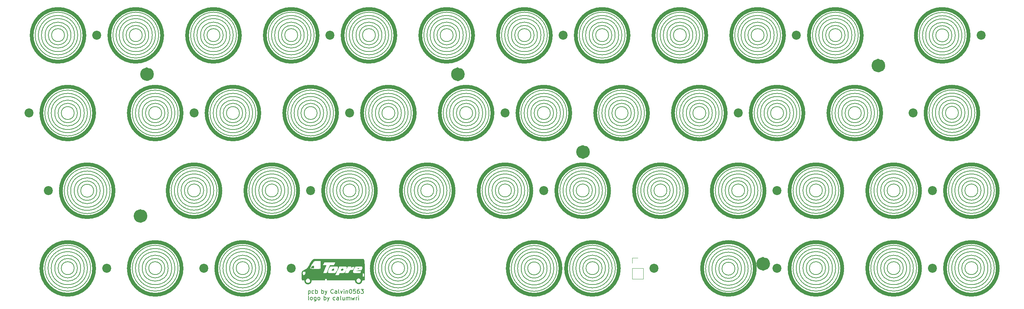
<source format=gbr>
%TF.GenerationSoftware,KiCad,Pcbnew,(7.0.0)*%
%TF.CreationDate,2024-05-04T00:17:19+02:00*%
%TF.ProjectId,minivan,6d696e69-7661-46e2-9e6b-696361645f70,rev?*%
%TF.SameCoordinates,Original*%
%TF.FileFunction,Legend,Top*%
%TF.FilePolarity,Positive*%
%FSLAX46Y46*%
G04 Gerber Fmt 4.6, Leading zero omitted, Abs format (unit mm)*
G04 Created by KiCad (PCBNEW (7.0.0)) date 2024-05-04 00:17:19*
%MOMM*%
%LPD*%
G01*
G04 APERTURE LIST*
%ADD10C,1.662500*%
%ADD11C,0.150000*%
%ADD12C,0.200000*%
%ADD13C,0.900000*%
%ADD14C,0.120000*%
%ADD15C,2.200000*%
G04 APERTURE END LIST*
D10*
X162040092Y-59537716D02*
G75*
G03*
X162040092Y-59537716I-831250J0D01*
G01*
D11*
X223893910Y-88049840D02*
G75*
G03*
X223893910Y-88049840I-5612660J0D01*
G01*
X115093750Y-50006250D02*
G75*
G03*
X115093750Y-50006250I-1587500J0D01*
G01*
X241378597Y-88049840D02*
G75*
G03*
X241378597Y-88049840I-4047347J0D01*
G01*
X53181250Y-30899840D02*
G75*
G03*
X53181250Y-30899840I-1587500J0D01*
G01*
X42862500Y-69056250D02*
G75*
G03*
X42862500Y-69056250I-3175000J0D01*
G01*
X57206410Y-30899840D02*
G75*
G03*
X57206410Y-30899840I-5612660J0D01*
G01*
X92075000Y-30899840D02*
G75*
G03*
X92075000Y-30899840I-2381250J0D01*
G01*
X200897347Y-88171942D02*
G75*
G03*
X200897347Y-88171942I-4047347J0D01*
G01*
X257968750Y-68999840D02*
G75*
G03*
X257968750Y-68999840I-1587500J0D01*
G01*
X57943750Y-88049840D02*
G75*
G03*
X57943750Y-88049840I-1587500J0D01*
G01*
X157218910Y-50006250D02*
G75*
G03*
X157218910Y-50006250I-5612660J0D01*
G01*
X254000000Y-49949840D02*
G75*
G03*
X254000000Y-49949840I-2381250J0D01*
G01*
X38972347Y-88049840D02*
G75*
G03*
X38972347Y-88049840I-4047347J0D01*
G01*
X82615693Y-88049840D02*
G75*
G03*
X82615693Y-88049840I-4828193J0D01*
G01*
X59531250Y-50006250D02*
G75*
G03*
X59531250Y-50006250I-3175000J0D01*
G01*
X154781250Y-50006250D02*
G75*
G03*
X154781250Y-50006250I-3175000J0D01*
G01*
X118334443Y-50006250D02*
G75*
G03*
X118334443Y-50006250I-4828193J0D01*
G01*
X208041097Y-30899840D02*
G75*
G03*
X208041097Y-30899840I-4047347J0D01*
G01*
X79375000Y-88049840D02*
G75*
G03*
X79375000Y-88049840I-1587500J0D01*
G01*
X80962500Y-88049840D02*
G75*
G03*
X80962500Y-88049840I-3175000J0D01*
G01*
X201612500Y-68999840D02*
G75*
G03*
X201612500Y-68999840I-2381250J0D01*
G01*
X242159443Y-88049840D02*
G75*
G03*
X242159443Y-88049840I-4828193J0D01*
G01*
X252412500Y-30956250D02*
G75*
G03*
X252412500Y-30956250I-3175000J0D01*
G01*
X254793750Y-49949840D02*
G75*
G03*
X254793750Y-49949840I-3175000J0D01*
G01*
X100068910Y-50006250D02*
G75*
G03*
X100068910Y-50006250I-5612660J0D01*
G01*
X261993910Y-88049840D02*
G75*
G03*
X261993910Y-88049840I-5612660J0D01*
G01*
X258762500Y-68999840D02*
G75*
G03*
X258762500Y-68999840I-2381250J0D01*
G01*
X91281250Y-30899840D02*
G75*
G03*
X91281250Y-30899840I-1587500J0D01*
G01*
X73818750Y-30899840D02*
G75*
G03*
X73818750Y-30899840I-3175000J0D01*
G01*
X81834847Y-88049840D02*
G75*
G03*
X81834847Y-88049840I-4047347J0D01*
G01*
X221456250Y-68999840D02*
G75*
G03*
X221456250Y-68999840I-3175000J0D01*
G01*
X128643910Y-68999840D02*
G75*
G03*
X128643910Y-68999840I-5612660J0D01*
G01*
X241378597Y-68999840D02*
G75*
G03*
X241378597Y-68999840I-4047347J0D01*
G01*
X78581250Y-50006250D02*
G75*
G03*
X78581250Y-50006250I-3175000J0D01*
G01*
X106362500Y-68999840D02*
G75*
G03*
X106362500Y-68999840I-2381250J0D01*
G01*
X206375000Y-30899840D02*
G75*
G03*
X206375000Y-30899840I-2381250J0D01*
G01*
X185009443Y-68999840D02*
G75*
G03*
X185009443Y-68999840I-4828193J0D01*
G01*
X109593910Y-68999840D02*
G75*
G03*
X109593910Y-68999840I-5612660J0D01*
G01*
X61184443Y-88049840D02*
G75*
G03*
X61184443Y-88049840I-4828193J0D01*
G01*
X146909443Y-68999840D02*
G75*
G03*
X146909443Y-68999840I-4828193J0D01*
G01*
X165959443Y-68999840D02*
G75*
G03*
X165959443Y-68999840I-4828193J0D01*
G01*
X87312500Y-68999840D02*
G75*
G03*
X87312500Y-68999840I-2381250J0D01*
G01*
X76993750Y-50006250D02*
G75*
G03*
X76993750Y-50006250I-1587500J0D01*
G01*
X223893910Y-68999840D02*
G75*
G03*
X223893910Y-68999840I-5612660J0D01*
G01*
X40537660Y-50006250D02*
G75*
G03*
X40537660Y-50006250I-5612660J0D01*
G01*
X108809443Y-68999840D02*
G75*
G03*
X108809443Y-68999840I-4828193J0D01*
G01*
X111125000Y-30899840D02*
G75*
G03*
X111125000Y-30899840I-2381250J0D01*
G01*
X175484443Y-50006250D02*
G75*
G03*
X175484443Y-50006250I-4828193J0D01*
G01*
X152400000Y-88106250D02*
G75*
G03*
X152400000Y-88106250I-3175000J0D01*
G01*
X57943750Y-50006250D02*
G75*
G03*
X57943750Y-50006250I-1587500J0D01*
G01*
X151671943Y-30899840D02*
G75*
G03*
X151671943Y-30899840I-4828193J0D01*
G01*
X192881250Y-50006250D02*
G75*
G03*
X192881250Y-50006250I-3175000J0D01*
G01*
X38972347Y-50006250D02*
G75*
G03*
X38972347Y-50006250I-4047347J0D01*
G01*
X242159443Y-68999840D02*
G75*
G03*
X242159443Y-68999840I-4828193J0D01*
G01*
X124618750Y-68999840D02*
G75*
G03*
X124618750Y-68999840I-1587500J0D01*
G01*
X110331250Y-30899840D02*
G75*
G03*
X110331250Y-30899840I-1587500J0D01*
G01*
X37306250Y-50006250D02*
G75*
G03*
X37306250Y-50006250I-2381250J0D01*
G01*
X259556250Y-68999840D02*
G75*
G03*
X259556250Y-68999840I-3175000J0D01*
G01*
X61968910Y-50006250D02*
G75*
G03*
X61968910Y-50006250I-5612660J0D01*
G01*
X38100000Y-88049840D02*
G75*
G03*
X38100000Y-88049840I-3175000J0D01*
G01*
X163512500Y-68999840D02*
G75*
G03*
X163512500Y-68999840I-2381250J0D01*
G01*
X40537660Y-88049840D02*
G75*
G03*
X40537660Y-88049840I-5612660J0D01*
G01*
X227871943Y-30899840D02*
G75*
G03*
X227871943Y-30899840I-4828193J0D01*
G01*
X95306410Y-30899840D02*
G75*
G03*
X95306410Y-30899840I-5612660J0D01*
G01*
X188991097Y-30899840D02*
G75*
G03*
X188991097Y-30899840I-4047347J0D01*
G01*
X169125160Y-88049840D02*
G75*
G03*
X169125160Y-88049840I-5612660J0D01*
G01*
X148431250Y-30899840D02*
G75*
G03*
X148431250Y-30899840I-1587500J0D01*
G01*
X219868750Y-88049840D02*
G75*
G03*
X219868750Y-88049840I-1587500J0D01*
G01*
X131841097Y-30899840D02*
G75*
G03*
X131841097Y-30899840I-4047347J0D01*
G01*
X220662500Y-88049840D02*
G75*
G03*
X220662500Y-88049840I-2381250J0D01*
G01*
X162718750Y-68999840D02*
G75*
G03*
X162718750Y-68999840I-1587500J0D01*
G01*
X38100000Y-50006250D02*
G75*
G03*
X38100000Y-50006250I-3175000J0D01*
G01*
X188118750Y-30899840D02*
G75*
G03*
X188118750Y-30899840I-3175000J0D01*
G01*
X220662500Y-68999840D02*
G75*
G03*
X220662500Y-68999840I-2381250J0D01*
G01*
X222328597Y-88049840D02*
G75*
G03*
X222328597Y-88049840I-4047347J0D01*
G01*
X119934847Y-88049840D02*
G75*
G03*
X119934847Y-88049840I-4047347J0D01*
G01*
X72231250Y-30899840D02*
G75*
G03*
X72231250Y-30899840I-1587500J0D01*
G01*
X150812500Y-88106250D02*
G75*
G03*
X150812500Y-88106250I-1587500J0D01*
G01*
X149225000Y-30899840D02*
G75*
G03*
X149225000Y-30899840I-2381250J0D01*
G01*
X194534443Y-50006250D02*
G75*
G03*
X194534443Y-50006250I-4828193J0D01*
G01*
X70709443Y-68999840D02*
G75*
G03*
X70709443Y-68999840I-4828193J0D01*
G01*
X207168750Y-30899840D02*
G75*
G03*
X207168750Y-30899840I-3175000J0D01*
G01*
X117553597Y-50006250D02*
G75*
G03*
X117553597Y-50006250I-4047347J0D01*
G01*
X153987500Y-50006250D02*
G75*
G03*
X153987500Y-50006250I-2381250J0D01*
G01*
X121500160Y-88049840D02*
G75*
G03*
X121500160Y-88049840I-5612660J0D01*
G01*
X191293750Y-50006250D02*
G75*
G03*
X191293750Y-50006250I-1587500J0D01*
G01*
X53975000Y-30899840D02*
G75*
G03*
X53975000Y-30899840I-2381250J0D01*
G01*
X138168910Y-50006250D02*
G75*
G03*
X138168910Y-50006250I-5612660J0D01*
G01*
X71493910Y-68999840D02*
G75*
G03*
X71493910Y-68999840I-5612660J0D01*
G01*
X223109443Y-88049840D02*
G75*
G03*
X223109443Y-88049840I-4828193J0D01*
G01*
X231853597Y-50006250D02*
G75*
G03*
X231853597Y-50006250I-4047347J0D01*
G01*
X165178597Y-68999840D02*
G75*
G03*
X165178597Y-68999840I-4047347J0D01*
G01*
X168275000Y-30899840D02*
G75*
G03*
X168275000Y-30899840I-2381250J0D01*
G01*
X36512500Y-50006250D02*
G75*
G03*
X36512500Y-50006250I-1587500J0D01*
G01*
X259556250Y-88049840D02*
G75*
G03*
X259556250Y-88049840I-3175000J0D01*
G01*
X45300160Y-69056250D02*
G75*
G03*
X45300160Y-69056250I-5612660J0D01*
G01*
X261209443Y-88049840D02*
G75*
G03*
X261209443Y-88049840I-4828193J0D01*
G01*
X153272347Y-88106250D02*
G75*
G03*
X153272347Y-88106250I-4047347J0D01*
G01*
X37306250Y-88049840D02*
G75*
G03*
X37306250Y-88049840I-2381250J0D01*
G01*
X261209443Y-68999840D02*
G75*
G03*
X261209443Y-68999840I-4828193J0D01*
G01*
X88106250Y-68999840D02*
G75*
G03*
X88106250Y-68999840I-3175000J0D01*
G01*
X55641097Y-30899840D02*
G75*
G03*
X55641097Y-30899840I-4047347J0D01*
G01*
X37371943Y-30899840D02*
G75*
G03*
X37371943Y-30899840I-4828193J0D01*
G01*
X232634443Y-50006250D02*
G75*
G03*
X232634443Y-50006250I-4828193J0D01*
G01*
X136603597Y-50006250D02*
G75*
G03*
X136603597Y-50006250I-4047347J0D01*
G01*
X213584443Y-50006250D02*
G75*
G03*
X213584443Y-50006250I-4828193J0D01*
G01*
X253284847Y-30956250D02*
G75*
G03*
X253284847Y-30956250I-4047347J0D01*
G01*
X189771943Y-30899840D02*
G75*
G03*
X189771943Y-30899840I-4828193J0D01*
G01*
X34925000Y-30899840D02*
G75*
G03*
X34925000Y-30899840I-2381250J0D01*
G01*
X239712500Y-88049840D02*
G75*
G03*
X239712500Y-88049840I-2381250J0D01*
G01*
X150891097Y-30899840D02*
G75*
G03*
X150891097Y-30899840I-4047347J0D01*
G01*
X239712500Y-68999840D02*
G75*
G03*
X239712500Y-68999840I-2381250J0D01*
G01*
X172243750Y-50006250D02*
G75*
G03*
X172243750Y-50006250I-1587500J0D01*
G01*
X90543910Y-68999840D02*
G75*
G03*
X90543910Y-68999840I-5612660J0D01*
G01*
X60403597Y-50006250D02*
G75*
G03*
X60403597Y-50006250I-4047347J0D01*
G01*
X182562500Y-68999840D02*
G75*
G03*
X182562500Y-68999840I-2381250J0D01*
G01*
X151606250Y-88106250D02*
G75*
G03*
X151606250Y-88106250I-2381250J0D01*
G01*
X199231250Y-88171942D02*
G75*
G03*
X199231250Y-88171942I-2381250J0D01*
G01*
X58737500Y-50006250D02*
G75*
G03*
X58737500Y-50006250I-2381250J0D01*
G01*
X186531250Y-30899840D02*
G75*
G03*
X186531250Y-30899840I-1587500J0D01*
G01*
X36591097Y-30899840D02*
G75*
G03*
X36591097Y-30899840I-4047347J0D01*
G01*
X44515693Y-69056250D02*
G75*
G03*
X44515693Y-69056250I-4828193J0D01*
G01*
X76256410Y-30899840D02*
G75*
G03*
X76256410Y-30899840I-5612660J0D01*
G01*
X73025000Y-30899840D02*
G75*
G03*
X73025000Y-30899840I-2381250J0D01*
G01*
X146128597Y-68999840D02*
G75*
G03*
X146128597Y-68999840I-4047347J0D01*
G01*
X224631250Y-30899840D02*
G75*
G03*
X224631250Y-30899840I-1587500J0D01*
G01*
X173831250Y-50006250D02*
G75*
G03*
X173831250Y-50006250I-3175000J0D01*
G01*
X169941097Y-30899840D02*
G75*
G03*
X169941097Y-30899840I-4047347J0D01*
G01*
X43734847Y-69056250D02*
G75*
G03*
X43734847Y-69056250I-4047347J0D01*
G01*
X36512500Y-88049840D02*
G75*
G03*
X36512500Y-88049840I-1587500J0D01*
G01*
X116681250Y-50006250D02*
G75*
G03*
X116681250Y-50006250I-3175000J0D01*
G01*
X202406250Y-68999840D02*
G75*
G03*
X202406250Y-68999840I-3175000J0D01*
G01*
X75471943Y-30899840D02*
G75*
G03*
X75471943Y-30899840I-4828193J0D01*
G01*
X242943910Y-68999840D02*
G75*
G03*
X242943910Y-68999840I-5612660J0D01*
G01*
X250825000Y-30956250D02*
G75*
G03*
X250825000Y-30956250I-1587500J0D01*
G01*
X254850160Y-30956250D02*
G75*
G03*
X254850160Y-30956250I-5612660J0D01*
G01*
X39753193Y-88049840D02*
G75*
G03*
X39753193Y-88049840I-4828193J0D01*
G01*
X74691097Y-30899840D02*
G75*
G03*
X74691097Y-30899840I-4047347J0D01*
G01*
X153193750Y-50006250D02*
G75*
G03*
X153193750Y-50006250I-1587500J0D01*
G01*
X256446943Y-49949840D02*
G75*
G03*
X256446943Y-49949840I-4828193J0D01*
G01*
X68262500Y-68999840D02*
G75*
G03*
X68262500Y-68999840I-2381250J0D01*
G01*
X212803597Y-50006250D02*
G75*
G03*
X212803597Y-50006250I-4047347J0D01*
G01*
X144462500Y-68999840D02*
G75*
G03*
X144462500Y-68999840I-2381250J0D01*
G01*
X130175000Y-30899840D02*
G75*
G03*
X130175000Y-30899840I-2381250J0D01*
G01*
X219868750Y-68999840D02*
G75*
G03*
X219868750Y-68999840I-1587500J0D01*
G01*
X240506250Y-88049840D02*
G75*
G03*
X240506250Y-88049840I-3175000J0D01*
G01*
X167559847Y-88049840D02*
G75*
G03*
X167559847Y-88049840I-4047347J0D01*
G01*
X260428597Y-88049840D02*
G75*
G03*
X260428597Y-88049840I-4047347J0D01*
G01*
X193753597Y-50006250D02*
G75*
G03*
X193753597Y-50006250I-4047347J0D01*
G01*
X125412500Y-68999840D02*
G75*
G03*
X125412500Y-68999840I-2381250J0D01*
G01*
X130968750Y-30899840D02*
G75*
G03*
X130968750Y-30899840I-3175000J0D01*
G01*
X60403597Y-88049840D02*
G75*
G03*
X60403597Y-88049840I-4047347J0D01*
G01*
X174703597Y-50006250D02*
G75*
G03*
X174703597Y-50006250I-4047347J0D01*
G01*
X258762500Y-88049840D02*
G75*
G03*
X258762500Y-88049840I-2381250J0D01*
G01*
X166743910Y-68999840D02*
G75*
G03*
X166743910Y-68999840I-5612660J0D01*
G01*
X94521943Y-30899840D02*
G75*
G03*
X94521943Y-30899840I-4828193J0D01*
G01*
X80234443Y-50006250D02*
G75*
G03*
X80234443Y-50006250I-4828193J0D01*
G01*
X221456250Y-88049840D02*
G75*
G03*
X221456250Y-88049840I-3175000J0D01*
G01*
X127859443Y-68999840D02*
G75*
G03*
X127859443Y-68999840I-4828193J0D01*
G01*
X154837660Y-88106250D02*
G75*
G03*
X154837660Y-88106250I-5612660J0D01*
G01*
X227091097Y-30899840D02*
G75*
G03*
X227091097Y-30899840I-4047347J0D01*
G01*
D10*
X131358823Y-40493917D02*
G75*
G03*
X131358823Y-40493917I-831250J0D01*
G01*
D11*
X195318910Y-50006250D02*
G75*
G03*
X195318910Y-50006250I-5612660J0D01*
G01*
X38156410Y-30899840D02*
G75*
G03*
X38156410Y-30899840I-5612660J0D01*
G01*
X134143750Y-50006250D02*
G75*
G03*
X134143750Y-50006250I-1587500J0D01*
G01*
X154053193Y-88106250D02*
G75*
G03*
X154053193Y-88106250I-4828193J0D01*
G01*
X251618750Y-30956250D02*
G75*
G03*
X251618750Y-30956250I-2381250J0D01*
G01*
D10*
X55190491Y-40481250D02*
G75*
G03*
X55190491Y-40481250I-831250J0D01*
G01*
D11*
X183356250Y-68999840D02*
G75*
G03*
X183356250Y-68999840I-3175000J0D01*
G01*
X233418910Y-50006250D02*
G75*
G03*
X233418910Y-50006250I-5612660J0D01*
G01*
X120715693Y-88049840D02*
G75*
G03*
X120715693Y-88049840I-4828193J0D01*
G01*
X165893750Y-88049840D02*
G75*
G03*
X165893750Y-88049840I-2381250J0D01*
G01*
X77787500Y-50006250D02*
G75*
G03*
X77787500Y-50006250I-2381250J0D01*
G01*
X225425000Y-30899840D02*
G75*
G03*
X225425000Y-30899840I-2381250J0D01*
G01*
X230981250Y-50006250D02*
G75*
G03*
X230981250Y-50006250I-3175000J0D01*
G01*
X89759443Y-68999840D02*
G75*
G03*
X89759443Y-68999840I-4828193J0D01*
G01*
X92868750Y-30899840D02*
G75*
G03*
X92868750Y-30899840I-3175000J0D01*
G01*
X156434443Y-50006250D02*
G75*
G03*
X156434443Y-50006250I-4828193J0D01*
G01*
X96043750Y-50006250D02*
G75*
G03*
X96043750Y-50006250I-1587500J0D01*
G01*
X167481250Y-30899840D02*
G75*
G03*
X167481250Y-30899840I-1587500J0D01*
G01*
X211137500Y-50006250D02*
G75*
G03*
X211137500Y-50006250I-2381250J0D01*
G01*
X173037500Y-50006250D02*
G75*
G03*
X173037500Y-50006250I-2381250J0D01*
G01*
X150018750Y-30899840D02*
G75*
G03*
X150018750Y-30899840I-3175000J0D01*
G01*
X97631250Y-50006250D02*
G75*
G03*
X97631250Y-50006250I-3175000J0D01*
G01*
X226218750Y-30899840D02*
G75*
G03*
X226218750Y-30899840I-3175000J0D01*
G01*
X209606410Y-30899840D02*
G75*
G03*
X209606410Y-30899840I-5612660J0D01*
G01*
X230187500Y-50006250D02*
G75*
G03*
X230187500Y-50006250I-2381250J0D01*
G01*
X115887500Y-50006250D02*
G75*
G03*
X115887500Y-50006250I-2381250J0D01*
G01*
X155653597Y-50006250D02*
G75*
G03*
X155653597Y-50006250I-4047347J0D01*
G01*
X134937500Y-50006250D02*
G75*
G03*
X134937500Y-50006250I-2381250J0D01*
G01*
X61968910Y-88049840D02*
G75*
G03*
X61968910Y-88049840I-5612660J0D01*
G01*
X135731250Y-50006250D02*
G75*
G03*
X135731250Y-50006250I-3175000J0D01*
G01*
X184228597Y-68999840D02*
G75*
G03*
X184228597Y-68999840I-4047347J0D01*
G01*
X255666097Y-49949840D02*
G75*
G03*
X255666097Y-49949840I-4047347J0D01*
G01*
D10*
X53590324Y-75254242D02*
G75*
G03*
X53590324Y-75254242I-831250J0D01*
G01*
D11*
X152456410Y-30899840D02*
G75*
G03*
X152456410Y-30899840I-5612660J0D01*
G01*
X111918750Y-30899840D02*
G75*
G03*
X111918750Y-30899840I-3175000J0D01*
G01*
X105568750Y-68999840D02*
G75*
G03*
X105568750Y-68999840I-1587500J0D01*
G01*
X254065693Y-30956250D02*
G75*
G03*
X254065693Y-30956250I-4828193J0D01*
G01*
X35718750Y-30899840D02*
G75*
G03*
X35718750Y-30899840I-3175000J0D01*
G01*
X133406410Y-30899840D02*
G75*
G03*
X133406410Y-30899840I-5612660J0D01*
G01*
X181768750Y-68999840D02*
G75*
G03*
X181768750Y-68999840I-1587500J0D01*
G01*
X208821943Y-30899840D02*
G75*
G03*
X208821943Y-30899840I-4828193J0D01*
G01*
X192087500Y-50006250D02*
G75*
G03*
X192087500Y-50006250I-2381250J0D01*
G01*
X118268750Y-88049840D02*
G75*
G03*
X118268750Y-88049840I-2381250J0D01*
G01*
X107156250Y-68999840D02*
G75*
G03*
X107156250Y-68999840I-3175000J0D01*
G01*
X42068750Y-69056250D02*
G75*
G03*
X42068750Y-69056250I-2381250J0D01*
G01*
X114356410Y-30899840D02*
G75*
G03*
X114356410Y-30899840I-5612660J0D01*
G01*
X67468750Y-68999840D02*
G75*
G03*
X67468750Y-68999840I-1587500J0D01*
G01*
X98503597Y-50006250D02*
G75*
G03*
X98503597Y-50006250I-4047347J0D01*
G01*
X170721943Y-30899840D02*
G75*
G03*
X170721943Y-30899840I-4828193J0D01*
G01*
X169068750Y-30899840D02*
G75*
G03*
X169068750Y-30899840I-3175000J0D01*
G01*
X108028597Y-68999840D02*
G75*
G03*
X108028597Y-68999840I-4047347J0D01*
G01*
X58737500Y-88049840D02*
G75*
G03*
X58737500Y-88049840I-2381250J0D01*
G01*
X204059443Y-68999840D02*
G75*
G03*
X204059443Y-68999840I-4828193J0D01*
G01*
X99284443Y-50006250D02*
G75*
G03*
X99284443Y-50006250I-4828193J0D01*
G01*
X228656410Y-30899840D02*
G75*
G03*
X228656410Y-30899840I-5612660J0D01*
G01*
X61184443Y-50006250D02*
G75*
G03*
X61184443Y-50006250I-4828193J0D01*
G01*
X238918750Y-68999840D02*
G75*
G03*
X238918750Y-68999840I-1587500J0D01*
G01*
X214368910Y-50006250D02*
G75*
G03*
X214368910Y-50006250I-5612660J0D01*
G01*
X171506410Y-30899840D02*
G75*
G03*
X171506410Y-30899840I-5612660J0D01*
G01*
X34131250Y-30899840D02*
G75*
G03*
X34131250Y-30899840I-1587500J0D01*
G01*
X242943910Y-88049840D02*
G75*
G03*
X242943910Y-88049840I-5612660J0D01*
G01*
X80168750Y-88049840D02*
G75*
G03*
X80168750Y-88049840I-2381250J0D01*
G01*
X129381250Y-30899840D02*
G75*
G03*
X129381250Y-30899840I-1587500J0D01*
G01*
X187325000Y-30899840D02*
G75*
G03*
X187325000Y-30899840I-2381250J0D01*
G01*
X165100000Y-88049840D02*
G75*
G03*
X165100000Y-88049840I-1587500J0D01*
G01*
X147693910Y-68999840D02*
G75*
G03*
X147693910Y-68999840I-5612660J0D01*
G01*
X229393750Y-50006250D02*
G75*
G03*
X229393750Y-50006250I-1587500J0D01*
G01*
X96837500Y-50006250D02*
G75*
G03*
X96837500Y-50006250I-2381250J0D01*
G01*
X200818750Y-68999840D02*
G75*
G03*
X200818750Y-68999840I-1587500J0D01*
G01*
X223109443Y-68999840D02*
G75*
G03*
X223109443Y-68999840I-4828193J0D01*
G01*
X117475000Y-88049840D02*
G75*
G03*
X117475000Y-88049840I-1587500J0D01*
G01*
X88978597Y-68999840D02*
G75*
G03*
X88978597Y-68999840I-4047347J0D01*
G01*
X132621943Y-30899840D02*
G75*
G03*
X132621943Y-30899840I-4828193J0D01*
G01*
D10*
X234430273Y-38366935D02*
G75*
G03*
X234430273Y-38366935I-831250J0D01*
G01*
D11*
X56421943Y-30899840D02*
G75*
G03*
X56421943Y-30899840I-4828193J0D01*
G01*
X176268910Y-50006250D02*
G75*
G03*
X176268910Y-50006250I-5612660J0D01*
G01*
X201678193Y-88171942D02*
G75*
G03*
X201678193Y-88171942I-4828193J0D01*
G01*
X238918750Y-88049840D02*
G75*
G03*
X238918750Y-88049840I-1587500J0D01*
G01*
X93741097Y-30899840D02*
G75*
G03*
X93741097Y-30899840I-4047347J0D01*
G01*
X261993910Y-68999840D02*
G75*
G03*
X261993910Y-68999840I-5612660J0D01*
G01*
X210343750Y-50006250D02*
G75*
G03*
X210343750Y-50006250I-1587500J0D01*
G01*
X127078597Y-68999840D02*
G75*
G03*
X127078597Y-68999840I-4047347J0D01*
G01*
X54768750Y-30899840D02*
G75*
G03*
X54768750Y-30899840I-3175000J0D01*
G01*
X257231410Y-49949840D02*
G75*
G03*
X257231410Y-49949840I-5612660J0D01*
G01*
X59531250Y-88049840D02*
G75*
G03*
X59531250Y-88049840I-3175000J0D01*
G01*
X79453597Y-50006250D02*
G75*
G03*
X79453597Y-50006250I-4047347J0D01*
G01*
X113571943Y-30899840D02*
G75*
G03*
X113571943Y-30899840I-4828193J0D01*
G01*
X190556410Y-30899840D02*
G75*
G03*
X190556410Y-30899840I-5612660J0D01*
G01*
X69928597Y-68999840D02*
G75*
G03*
X69928597Y-68999840I-4047347J0D01*
G01*
X185793910Y-68999840D02*
G75*
G03*
X185793910Y-68999840I-5612660J0D01*
G01*
X112791097Y-30899840D02*
G75*
G03*
X112791097Y-30899840I-4047347J0D01*
G01*
X222328597Y-68999840D02*
G75*
G03*
X222328597Y-68999840I-4047347J0D01*
G01*
D10*
X206187789Y-86970483D02*
G75*
G03*
X206187789Y-86970483I-831250J0D01*
G01*
D11*
X204843910Y-68999840D02*
G75*
G03*
X204843910Y-68999840I-5612660J0D01*
G01*
X205581250Y-30899840D02*
G75*
G03*
X205581250Y-30899840I-1587500J0D01*
G01*
X145256250Y-68999840D02*
G75*
G03*
X145256250Y-68999840I-3175000J0D01*
G01*
X168340693Y-88049840D02*
G75*
G03*
X168340693Y-88049840I-4828193J0D01*
G01*
X257968750Y-88049840D02*
G75*
G03*
X257968750Y-88049840I-1587500J0D01*
G01*
X119118910Y-50006250D02*
G75*
G03*
X119118910Y-50006250I-5612660J0D01*
G01*
X260428597Y-68999840D02*
G75*
G03*
X260428597Y-68999840I-4047347J0D01*
G01*
X203278597Y-68999840D02*
G75*
G03*
X203278597Y-68999840I-4047347J0D01*
G01*
X143668750Y-68999840D02*
G75*
G03*
X143668750Y-68999840I-1587500J0D01*
G01*
X83400160Y-88049840D02*
G75*
G03*
X83400160Y-88049840I-5612660J0D01*
G01*
X119062500Y-88049840D02*
G75*
G03*
X119062500Y-88049840I-3175000J0D01*
G01*
X126206250Y-68999840D02*
G75*
G03*
X126206250Y-68999840I-3175000J0D01*
G01*
X86518750Y-68999840D02*
G75*
G03*
X86518750Y-68999840I-1587500J0D01*
G01*
X164306250Y-68999840D02*
G75*
G03*
X164306250Y-68999840I-3175000J0D01*
G01*
X240506250Y-68999840D02*
G75*
G03*
X240506250Y-68999840I-3175000J0D01*
G01*
X253206250Y-49949840D02*
G75*
G03*
X253206250Y-49949840I-1587500J0D01*
G01*
X137384443Y-50006250D02*
G75*
G03*
X137384443Y-50006250I-4828193J0D01*
G01*
X211931250Y-50006250D02*
G75*
G03*
X211931250Y-50006250I-3175000J0D01*
G01*
X69056250Y-68999840D02*
G75*
G03*
X69056250Y-68999840I-3175000J0D01*
G01*
X39753193Y-50006250D02*
G75*
G03*
X39753193Y-50006250I-4828193J0D01*
G01*
X81018910Y-50006250D02*
G75*
G03*
X81018910Y-50006250I-5612660J0D01*
G01*
X41275000Y-69056250D02*
G75*
G03*
X41275000Y-69056250I-1587500J0D01*
G01*
X202462660Y-88171942D02*
G75*
G03*
X202462660Y-88171942I-5612660J0D01*
G01*
X198437500Y-88171942D02*
G75*
G03*
X198437500Y-88171942I-1587500J0D01*
G01*
X166687500Y-88049840D02*
G75*
G03*
X166687500Y-88049840I-3175000J0D01*
G01*
X200025000Y-88171942D02*
G75*
G03*
X200025000Y-88171942I-3175000J0D01*
G01*
D12*
X94043452Y-95826130D02*
X93948214Y-95778511D01*
X93948214Y-95778511D02*
X93900595Y-95683273D01*
X93900595Y-95683273D02*
X93900595Y-94826130D01*
X94567262Y-95826130D02*
X94472024Y-95778511D01*
X94472024Y-95778511D02*
X94424405Y-95730892D01*
X94424405Y-95730892D02*
X94376786Y-95635654D01*
X94376786Y-95635654D02*
X94376786Y-95349940D01*
X94376786Y-95349940D02*
X94424405Y-95254702D01*
X94424405Y-95254702D02*
X94472024Y-95207083D01*
X94472024Y-95207083D02*
X94567262Y-95159464D01*
X94567262Y-95159464D02*
X94710119Y-95159464D01*
X94710119Y-95159464D02*
X94805357Y-95207083D01*
X94805357Y-95207083D02*
X94852976Y-95254702D01*
X94852976Y-95254702D02*
X94900595Y-95349940D01*
X94900595Y-95349940D02*
X94900595Y-95635654D01*
X94900595Y-95635654D02*
X94852976Y-95730892D01*
X94852976Y-95730892D02*
X94805357Y-95778511D01*
X94805357Y-95778511D02*
X94710119Y-95826130D01*
X94710119Y-95826130D02*
X94567262Y-95826130D01*
X95757738Y-95159464D02*
X95757738Y-95968988D01*
X95757738Y-95968988D02*
X95710119Y-96064226D01*
X95710119Y-96064226D02*
X95662500Y-96111845D01*
X95662500Y-96111845D02*
X95567262Y-96159464D01*
X95567262Y-96159464D02*
X95424405Y-96159464D01*
X95424405Y-96159464D02*
X95329167Y-96111845D01*
X95757738Y-95778511D02*
X95662500Y-95826130D01*
X95662500Y-95826130D02*
X95472024Y-95826130D01*
X95472024Y-95826130D02*
X95376786Y-95778511D01*
X95376786Y-95778511D02*
X95329167Y-95730892D01*
X95329167Y-95730892D02*
X95281548Y-95635654D01*
X95281548Y-95635654D02*
X95281548Y-95349940D01*
X95281548Y-95349940D02*
X95329167Y-95254702D01*
X95329167Y-95254702D02*
X95376786Y-95207083D01*
X95376786Y-95207083D02*
X95472024Y-95159464D01*
X95472024Y-95159464D02*
X95662500Y-95159464D01*
X95662500Y-95159464D02*
X95757738Y-95207083D01*
X96376786Y-95826130D02*
X96281548Y-95778511D01*
X96281548Y-95778511D02*
X96233929Y-95730892D01*
X96233929Y-95730892D02*
X96186310Y-95635654D01*
X96186310Y-95635654D02*
X96186310Y-95349940D01*
X96186310Y-95349940D02*
X96233929Y-95254702D01*
X96233929Y-95254702D02*
X96281548Y-95207083D01*
X96281548Y-95207083D02*
X96376786Y-95159464D01*
X96376786Y-95159464D02*
X96519643Y-95159464D01*
X96519643Y-95159464D02*
X96614881Y-95207083D01*
X96614881Y-95207083D02*
X96662500Y-95254702D01*
X96662500Y-95254702D02*
X96710119Y-95349940D01*
X96710119Y-95349940D02*
X96710119Y-95635654D01*
X96710119Y-95635654D02*
X96662500Y-95730892D01*
X96662500Y-95730892D02*
X96614881Y-95778511D01*
X96614881Y-95778511D02*
X96519643Y-95826130D01*
X96519643Y-95826130D02*
X96376786Y-95826130D01*
X97738691Y-95826130D02*
X97738691Y-94826130D01*
X97738691Y-95207083D02*
X97833929Y-95159464D01*
X97833929Y-95159464D02*
X98024405Y-95159464D01*
X98024405Y-95159464D02*
X98119643Y-95207083D01*
X98119643Y-95207083D02*
X98167262Y-95254702D01*
X98167262Y-95254702D02*
X98214881Y-95349940D01*
X98214881Y-95349940D02*
X98214881Y-95635654D01*
X98214881Y-95635654D02*
X98167262Y-95730892D01*
X98167262Y-95730892D02*
X98119643Y-95778511D01*
X98119643Y-95778511D02*
X98024405Y-95826130D01*
X98024405Y-95826130D02*
X97833929Y-95826130D01*
X97833929Y-95826130D02*
X97738691Y-95778511D01*
X98548215Y-95159464D02*
X98786310Y-95826130D01*
X99024405Y-95159464D02*
X98786310Y-95826130D01*
X98786310Y-95826130D02*
X98691072Y-96064226D01*
X98691072Y-96064226D02*
X98643453Y-96111845D01*
X98643453Y-96111845D02*
X98548215Y-96159464D01*
X100433929Y-95778511D02*
X100338691Y-95826130D01*
X100338691Y-95826130D02*
X100148215Y-95826130D01*
X100148215Y-95826130D02*
X100052977Y-95778511D01*
X100052977Y-95778511D02*
X100005358Y-95730892D01*
X100005358Y-95730892D02*
X99957739Y-95635654D01*
X99957739Y-95635654D02*
X99957739Y-95349940D01*
X99957739Y-95349940D02*
X100005358Y-95254702D01*
X100005358Y-95254702D02*
X100052977Y-95207083D01*
X100052977Y-95207083D02*
X100148215Y-95159464D01*
X100148215Y-95159464D02*
X100338691Y-95159464D01*
X100338691Y-95159464D02*
X100433929Y-95207083D01*
X101291072Y-95826130D02*
X101291072Y-95302321D01*
X101291072Y-95302321D02*
X101243453Y-95207083D01*
X101243453Y-95207083D02*
X101148215Y-95159464D01*
X101148215Y-95159464D02*
X100957739Y-95159464D01*
X100957739Y-95159464D02*
X100862501Y-95207083D01*
X101291072Y-95778511D02*
X101195834Y-95826130D01*
X101195834Y-95826130D02*
X100957739Y-95826130D01*
X100957739Y-95826130D02*
X100862501Y-95778511D01*
X100862501Y-95778511D02*
X100814882Y-95683273D01*
X100814882Y-95683273D02*
X100814882Y-95588035D01*
X100814882Y-95588035D02*
X100862501Y-95492797D01*
X100862501Y-95492797D02*
X100957739Y-95445178D01*
X100957739Y-95445178D02*
X101195834Y-95445178D01*
X101195834Y-95445178D02*
X101291072Y-95397559D01*
X101910120Y-95826130D02*
X101814882Y-95778511D01*
X101814882Y-95778511D02*
X101767263Y-95683273D01*
X101767263Y-95683273D02*
X101767263Y-94826130D01*
X102719644Y-95159464D02*
X102719644Y-95826130D01*
X102291073Y-95159464D02*
X102291073Y-95683273D01*
X102291073Y-95683273D02*
X102338692Y-95778511D01*
X102338692Y-95778511D02*
X102433930Y-95826130D01*
X102433930Y-95826130D02*
X102576787Y-95826130D01*
X102576787Y-95826130D02*
X102672025Y-95778511D01*
X102672025Y-95778511D02*
X102719644Y-95730892D01*
X103195835Y-95826130D02*
X103195835Y-95159464D01*
X103195835Y-95254702D02*
X103243454Y-95207083D01*
X103243454Y-95207083D02*
X103338692Y-95159464D01*
X103338692Y-95159464D02*
X103481549Y-95159464D01*
X103481549Y-95159464D02*
X103576787Y-95207083D01*
X103576787Y-95207083D02*
X103624406Y-95302321D01*
X103624406Y-95302321D02*
X103624406Y-95826130D01*
X103624406Y-95302321D02*
X103672025Y-95207083D01*
X103672025Y-95207083D02*
X103767263Y-95159464D01*
X103767263Y-95159464D02*
X103910120Y-95159464D01*
X103910120Y-95159464D02*
X104005359Y-95207083D01*
X104005359Y-95207083D02*
X104052978Y-95302321D01*
X104052978Y-95302321D02*
X104052978Y-95826130D01*
X104433930Y-95159464D02*
X104624406Y-95826130D01*
X104624406Y-95826130D02*
X104814882Y-95349940D01*
X104814882Y-95349940D02*
X105005358Y-95826130D01*
X105005358Y-95826130D02*
X105195834Y-95159464D01*
X105576787Y-95826130D02*
X105576787Y-95159464D01*
X105576787Y-95349940D02*
X105624406Y-95254702D01*
X105624406Y-95254702D02*
X105672025Y-95207083D01*
X105672025Y-95207083D02*
X105767263Y-95159464D01*
X105767263Y-95159464D02*
X105862501Y-95159464D01*
X106195835Y-95826130D02*
X106195835Y-95159464D01*
X106195835Y-94826130D02*
X106148216Y-94873750D01*
X106148216Y-94873750D02*
X106195835Y-94921369D01*
X106195835Y-94921369D02*
X106243454Y-94873750D01*
X106243454Y-94873750D02*
X106195835Y-94826130D01*
X106195835Y-94826130D02*
X106195835Y-94921369D01*
X93900595Y-93571964D02*
X93900595Y-94571964D01*
X93900595Y-93619583D02*
X93995833Y-93571964D01*
X93995833Y-93571964D02*
X94186309Y-93571964D01*
X94186309Y-93571964D02*
X94281547Y-93619583D01*
X94281547Y-93619583D02*
X94329166Y-93667202D01*
X94329166Y-93667202D02*
X94376785Y-93762440D01*
X94376785Y-93762440D02*
X94376785Y-94048154D01*
X94376785Y-94048154D02*
X94329166Y-94143392D01*
X94329166Y-94143392D02*
X94281547Y-94191011D01*
X94281547Y-94191011D02*
X94186309Y-94238630D01*
X94186309Y-94238630D02*
X93995833Y-94238630D01*
X93995833Y-94238630D02*
X93900595Y-94191011D01*
X95233928Y-94191011D02*
X95138690Y-94238630D01*
X95138690Y-94238630D02*
X94948214Y-94238630D01*
X94948214Y-94238630D02*
X94852976Y-94191011D01*
X94852976Y-94191011D02*
X94805357Y-94143392D01*
X94805357Y-94143392D02*
X94757738Y-94048154D01*
X94757738Y-94048154D02*
X94757738Y-93762440D01*
X94757738Y-93762440D02*
X94805357Y-93667202D01*
X94805357Y-93667202D02*
X94852976Y-93619583D01*
X94852976Y-93619583D02*
X94948214Y-93571964D01*
X94948214Y-93571964D02*
X95138690Y-93571964D01*
X95138690Y-93571964D02*
X95233928Y-93619583D01*
X95662500Y-94238630D02*
X95662500Y-93238630D01*
X95662500Y-93619583D02*
X95757738Y-93571964D01*
X95757738Y-93571964D02*
X95948214Y-93571964D01*
X95948214Y-93571964D02*
X96043452Y-93619583D01*
X96043452Y-93619583D02*
X96091071Y-93667202D01*
X96091071Y-93667202D02*
X96138690Y-93762440D01*
X96138690Y-93762440D02*
X96138690Y-94048154D01*
X96138690Y-94048154D02*
X96091071Y-94143392D01*
X96091071Y-94143392D02*
X96043452Y-94191011D01*
X96043452Y-94191011D02*
X95948214Y-94238630D01*
X95948214Y-94238630D02*
X95757738Y-94238630D01*
X95757738Y-94238630D02*
X95662500Y-94191011D01*
X97167262Y-94238630D02*
X97167262Y-93238630D01*
X97167262Y-93619583D02*
X97262500Y-93571964D01*
X97262500Y-93571964D02*
X97452976Y-93571964D01*
X97452976Y-93571964D02*
X97548214Y-93619583D01*
X97548214Y-93619583D02*
X97595833Y-93667202D01*
X97595833Y-93667202D02*
X97643452Y-93762440D01*
X97643452Y-93762440D02*
X97643452Y-94048154D01*
X97643452Y-94048154D02*
X97595833Y-94143392D01*
X97595833Y-94143392D02*
X97548214Y-94191011D01*
X97548214Y-94191011D02*
X97452976Y-94238630D01*
X97452976Y-94238630D02*
X97262500Y-94238630D01*
X97262500Y-94238630D02*
X97167262Y-94191011D01*
X97976786Y-93571964D02*
X98214881Y-94238630D01*
X98452976Y-93571964D02*
X98214881Y-94238630D01*
X98214881Y-94238630D02*
X98119643Y-94476726D01*
X98119643Y-94476726D02*
X98072024Y-94524345D01*
X98072024Y-94524345D02*
X97976786Y-94571964D01*
X100005357Y-94143392D02*
X99957738Y-94191011D01*
X99957738Y-94191011D02*
X99814881Y-94238630D01*
X99814881Y-94238630D02*
X99719643Y-94238630D01*
X99719643Y-94238630D02*
X99576786Y-94191011D01*
X99576786Y-94191011D02*
X99481548Y-94095773D01*
X99481548Y-94095773D02*
X99433929Y-94000535D01*
X99433929Y-94000535D02*
X99386310Y-93810059D01*
X99386310Y-93810059D02*
X99386310Y-93667202D01*
X99386310Y-93667202D02*
X99433929Y-93476726D01*
X99433929Y-93476726D02*
X99481548Y-93381488D01*
X99481548Y-93381488D02*
X99576786Y-93286250D01*
X99576786Y-93286250D02*
X99719643Y-93238630D01*
X99719643Y-93238630D02*
X99814881Y-93238630D01*
X99814881Y-93238630D02*
X99957738Y-93286250D01*
X99957738Y-93286250D02*
X100005357Y-93333869D01*
X100862500Y-94238630D02*
X100862500Y-93714821D01*
X100862500Y-93714821D02*
X100814881Y-93619583D01*
X100814881Y-93619583D02*
X100719643Y-93571964D01*
X100719643Y-93571964D02*
X100529167Y-93571964D01*
X100529167Y-93571964D02*
X100433929Y-93619583D01*
X100862500Y-94191011D02*
X100767262Y-94238630D01*
X100767262Y-94238630D02*
X100529167Y-94238630D01*
X100529167Y-94238630D02*
X100433929Y-94191011D01*
X100433929Y-94191011D02*
X100386310Y-94095773D01*
X100386310Y-94095773D02*
X100386310Y-94000535D01*
X100386310Y-94000535D02*
X100433929Y-93905297D01*
X100433929Y-93905297D02*
X100529167Y-93857678D01*
X100529167Y-93857678D02*
X100767262Y-93857678D01*
X100767262Y-93857678D02*
X100862500Y-93810059D01*
X101481548Y-94238630D02*
X101386310Y-94191011D01*
X101386310Y-94191011D02*
X101338691Y-94095773D01*
X101338691Y-94095773D02*
X101338691Y-93238630D01*
X101767263Y-93571964D02*
X102005358Y-94238630D01*
X102005358Y-94238630D02*
X102243453Y-93571964D01*
X102624406Y-94238630D02*
X102624406Y-93571964D01*
X102624406Y-93238630D02*
X102576787Y-93286250D01*
X102576787Y-93286250D02*
X102624406Y-93333869D01*
X102624406Y-93333869D02*
X102672025Y-93286250D01*
X102672025Y-93286250D02*
X102624406Y-93238630D01*
X102624406Y-93238630D02*
X102624406Y-93333869D01*
X103100596Y-93571964D02*
X103100596Y-94238630D01*
X103100596Y-93667202D02*
X103148215Y-93619583D01*
X103148215Y-93619583D02*
X103243453Y-93571964D01*
X103243453Y-93571964D02*
X103386310Y-93571964D01*
X103386310Y-93571964D02*
X103481548Y-93619583D01*
X103481548Y-93619583D02*
X103529167Y-93714821D01*
X103529167Y-93714821D02*
X103529167Y-94238630D01*
X104195834Y-93238630D02*
X104291072Y-93238630D01*
X104291072Y-93238630D02*
X104386310Y-93286250D01*
X104386310Y-93286250D02*
X104433929Y-93333869D01*
X104433929Y-93333869D02*
X104481548Y-93429107D01*
X104481548Y-93429107D02*
X104529167Y-93619583D01*
X104529167Y-93619583D02*
X104529167Y-93857678D01*
X104529167Y-93857678D02*
X104481548Y-94048154D01*
X104481548Y-94048154D02*
X104433929Y-94143392D01*
X104433929Y-94143392D02*
X104386310Y-94191011D01*
X104386310Y-94191011D02*
X104291072Y-94238630D01*
X104291072Y-94238630D02*
X104195834Y-94238630D01*
X104195834Y-94238630D02*
X104100596Y-94191011D01*
X104100596Y-94191011D02*
X104052977Y-94143392D01*
X104052977Y-94143392D02*
X104005358Y-94048154D01*
X104005358Y-94048154D02*
X103957739Y-93857678D01*
X103957739Y-93857678D02*
X103957739Y-93619583D01*
X103957739Y-93619583D02*
X104005358Y-93429107D01*
X104005358Y-93429107D02*
X104052977Y-93333869D01*
X104052977Y-93333869D02*
X104100596Y-93286250D01*
X104100596Y-93286250D02*
X104195834Y-93238630D01*
X105433929Y-93238630D02*
X104957739Y-93238630D01*
X104957739Y-93238630D02*
X104910120Y-93714821D01*
X104910120Y-93714821D02*
X104957739Y-93667202D01*
X104957739Y-93667202D02*
X105052977Y-93619583D01*
X105052977Y-93619583D02*
X105291072Y-93619583D01*
X105291072Y-93619583D02*
X105386310Y-93667202D01*
X105386310Y-93667202D02*
X105433929Y-93714821D01*
X105433929Y-93714821D02*
X105481548Y-93810059D01*
X105481548Y-93810059D02*
X105481548Y-94048154D01*
X105481548Y-94048154D02*
X105433929Y-94143392D01*
X105433929Y-94143392D02*
X105386310Y-94191011D01*
X105386310Y-94191011D02*
X105291072Y-94238630D01*
X105291072Y-94238630D02*
X105052977Y-94238630D01*
X105052977Y-94238630D02*
X104957739Y-94191011D01*
X104957739Y-94191011D02*
X104910120Y-94143392D01*
X106338691Y-93238630D02*
X106148215Y-93238630D01*
X106148215Y-93238630D02*
X106052977Y-93286250D01*
X106052977Y-93286250D02*
X106005358Y-93333869D01*
X106005358Y-93333869D02*
X105910120Y-93476726D01*
X105910120Y-93476726D02*
X105862501Y-93667202D01*
X105862501Y-93667202D02*
X105862501Y-94048154D01*
X105862501Y-94048154D02*
X105910120Y-94143392D01*
X105910120Y-94143392D02*
X105957739Y-94191011D01*
X105957739Y-94191011D02*
X106052977Y-94238630D01*
X106052977Y-94238630D02*
X106243453Y-94238630D01*
X106243453Y-94238630D02*
X106338691Y-94191011D01*
X106338691Y-94191011D02*
X106386310Y-94143392D01*
X106386310Y-94143392D02*
X106433929Y-94048154D01*
X106433929Y-94048154D02*
X106433929Y-93810059D01*
X106433929Y-93810059D02*
X106386310Y-93714821D01*
X106386310Y-93714821D02*
X106338691Y-93667202D01*
X106338691Y-93667202D02*
X106243453Y-93619583D01*
X106243453Y-93619583D02*
X106052977Y-93619583D01*
X106052977Y-93619583D02*
X105957739Y-93667202D01*
X105957739Y-93667202D02*
X105910120Y-93714821D01*
X105910120Y-93714821D02*
X105862501Y-93810059D01*
X106767263Y-93238630D02*
X107386310Y-93238630D01*
X107386310Y-93238630D02*
X107052977Y-93619583D01*
X107052977Y-93619583D02*
X107195834Y-93619583D01*
X107195834Y-93619583D02*
X107291072Y-93667202D01*
X107291072Y-93667202D02*
X107338691Y-93714821D01*
X107338691Y-93714821D02*
X107386310Y-93810059D01*
X107386310Y-93810059D02*
X107386310Y-94048154D01*
X107386310Y-94048154D02*
X107338691Y-94143392D01*
X107338691Y-94143392D02*
X107291072Y-94191011D01*
X107291072Y-94191011D02*
X107195834Y-94238630D01*
X107195834Y-94238630D02*
X106910120Y-94238630D01*
X106910120Y-94238630D02*
X106814882Y-94191011D01*
X106814882Y-94191011D02*
X106767263Y-94143392D01*
D13*
%TO.C,SW_EC17*%
X119973250Y-50006250D02*
G75*
G03*
X119973250Y-50006250I-6467000J0D01*
G01*
%TO.C,SW_EC20*%
X177123250Y-50006250D02*
G75*
G03*
X177123250Y-50006250I-6467000J0D01*
G01*
%TO.C,SW_EC25*%
X46154500Y-69056250D02*
G75*
G03*
X46154500Y-69056250I-6467000J0D01*
G01*
%TO.C,SW_EC26*%
X72348250Y-69056250D02*
G75*
G03*
X72348250Y-69056250I-6467000J0D01*
G01*
%TO.C,SW_EC44*%
X224748250Y-88106250D02*
G75*
G03*
X224748250Y-88106250I-6467000J0D01*
G01*
%TO.C,SW_EC4*%
X96160750Y-30956250D02*
G75*
G03*
X96160750Y-30956250I-6467000J0D01*
G01*
%TO.C,SW_EC5*%
X115210750Y-30956250D02*
G75*
G03*
X115210750Y-30956250I-6467000J0D01*
G01*
%TO.C,SW_EC19*%
X158073250Y-50006250D02*
G75*
G03*
X158073250Y-50006250I-6467000J0D01*
G01*
%TO.C,SW_EC33*%
X205698250Y-69056250D02*
G75*
G03*
X205698250Y-69056250I-6467000J0D01*
G01*
%TO.C,SW_EC22*%
X215223250Y-50006250D02*
G75*
G03*
X215223250Y-50006250I-6467000J0D01*
G01*
%TO.C,SW_EC15*%
X81873250Y-50006250D02*
G75*
G03*
X81873250Y-50006250I-6467000J0D01*
G01*
%TO.C,SW_EC3*%
X77110750Y-30956250D02*
G75*
G03*
X77110750Y-30956250I-6467000J0D01*
G01*
%TO.C,SW_EC46*%
X262848250Y-88106250D02*
G75*
G03*
X262848250Y-88106250I-6467000J0D01*
G01*
%TO.C,SW_EC1*%
X39010750Y-30956250D02*
G75*
G03*
X39010750Y-30956250I-6467000J0D01*
G01*
D14*
%TO.C,SW1*%
X173295000Y-85501250D02*
X174625000Y-85501250D01*
X173295000Y-86831250D02*
X173295000Y-85501250D01*
X173295000Y-88101250D02*
X173295000Y-90701250D01*
X173295000Y-88101250D02*
X175955000Y-88101250D01*
X173295000Y-90701250D02*
X175955000Y-90701250D01*
X175955000Y-88101250D02*
X175955000Y-90701250D01*
D13*
%TO.C,SW_EC29*%
X129498250Y-69056250D02*
G75*
G03*
X129498250Y-69056250I-6467000J0D01*
G01*
%TO.C,SW_EC13*%
X41392000Y-50006250D02*
G75*
G03*
X41392000Y-50006250I-6467000J0D01*
G01*
%TO.C,SW_EC28*%
X110448250Y-69056250D02*
G75*
G03*
X110448250Y-69056250I-6467000J0D01*
G01*
%TO.C,SW_EC31*%
X167598250Y-69056250D02*
G75*
G03*
X167598250Y-69056250I-6467000J0D01*
G01*
%TO.C,G\u002A\u002A\u002A*%
G36*
X106256959Y-88109848D02*
G01*
X106337940Y-88136302D01*
X106353831Y-88174532D01*
X106306783Y-88214621D01*
X106210941Y-88244846D01*
X106089607Y-88257298D01*
X105973157Y-88251989D01*
X105891968Y-88228933D01*
X105875986Y-88214448D01*
X105876695Y-88159978D01*
X105945855Y-88120469D01*
X106072518Y-88101085D01*
X106118750Y-88099965D01*
X106256959Y-88109848D01*
G37*
G36*
X95290432Y-87768218D02*
G01*
X95278750Y-88078707D01*
X94911908Y-88090184D01*
X94737886Y-88094193D01*
X94627548Y-88091123D01*
X94564690Y-88078160D01*
X94533111Y-88052489D01*
X94519847Y-88022076D01*
X94522356Y-87919016D01*
X94573380Y-87793678D01*
X94659972Y-87675075D01*
X94686118Y-87649462D01*
X94819969Y-87561332D01*
X94989808Y-87492186D01*
X95152786Y-87458688D01*
X95179147Y-87457729D01*
X95302115Y-87457729D01*
X95290432Y-87768218D01*
G37*
G36*
X100181817Y-88187345D02*
G01*
X100238013Y-88217734D01*
X100236669Y-88273439D01*
X100207674Y-88375337D01*
X100175448Y-88458113D01*
X100088898Y-88659622D01*
X99853824Y-88659622D01*
X99714871Y-88654533D01*
X99641246Y-88636928D01*
X99618784Y-88603300D01*
X99618750Y-88601412D01*
X99639962Y-88502311D01*
X99692357Y-88377746D01*
X99759075Y-88266322D01*
X99772683Y-88248975D01*
X99842352Y-88209141D01*
X99953669Y-88184255D01*
X100076777Y-88176322D01*
X100181817Y-88187345D01*
G37*
G36*
X102421817Y-88187345D02*
G01*
X102478013Y-88217734D01*
X102476669Y-88273439D01*
X102447674Y-88375337D01*
X102415448Y-88458113D01*
X102328898Y-88659622D01*
X102093824Y-88659622D01*
X101954871Y-88654533D01*
X101881246Y-88636928D01*
X101858784Y-88603300D01*
X101858750Y-88601412D01*
X101879962Y-88502311D01*
X101932357Y-88377746D01*
X101999075Y-88266322D01*
X102012683Y-88248975D01*
X102082352Y-88209141D01*
X102193669Y-88184255D01*
X102316777Y-88176322D01*
X102421817Y-88187345D01*
G37*
G36*
X93541659Y-88091919D02*
G01*
X94347021Y-88091919D01*
X94386806Y-88160214D01*
X94408750Y-88175656D01*
X94470534Y-88188836D01*
X94598413Y-88199648D01*
X94780097Y-88208116D01*
X95003292Y-88214263D01*
X95255707Y-88218113D01*
X95525049Y-88219691D01*
X95799027Y-88219022D01*
X96065348Y-88216128D01*
X96311721Y-88211035D01*
X96525853Y-88203766D01*
X96695453Y-88194347D01*
X96808228Y-88182800D01*
X96850750Y-88170852D01*
X96867400Y-88114896D01*
X96880773Y-87993225D01*
X96890870Y-87820185D01*
X96897689Y-87610120D01*
X96901232Y-87377375D01*
X96901319Y-87298139D01*
X97498750Y-87298139D01*
X97536697Y-87315711D01*
X97642471Y-87328784D01*
X97803970Y-87336235D01*
X97923029Y-87337540D01*
X98119249Y-87339810D01*
X98245464Y-87347441D01*
X98311565Y-87361661D01*
X98327441Y-87383697D01*
X98326159Y-87387618D01*
X98304628Y-87437153D01*
X98255608Y-87549162D01*
X98183860Y-87712793D01*
X98094144Y-87917191D01*
X97991221Y-88151505D01*
X97921879Y-88309282D01*
X97814167Y-88555932D01*
X97718162Y-88778862D01*
X97638348Y-88967409D01*
X97579208Y-89110907D01*
X97545226Y-89198691D01*
X97538750Y-89220718D01*
X97576781Y-89238926D01*
X97683178Y-89252233D01*
X97846398Y-89259524D01*
X97951331Y-89260568D01*
X98363913Y-89260568D01*
X98490131Y-88969767D01*
X98700629Y-88969767D01*
X98720644Y-89073676D01*
X98780605Y-89149503D01*
X98874736Y-89205005D01*
X98944432Y-89226337D01*
X99050075Y-89241042D01*
X99202347Y-89249691D01*
X99411927Y-89252858D01*
X99689495Y-89251114D01*
X99725931Y-89250629D01*
X99987958Y-89246258D01*
X100182596Y-89240558D01*
X100322460Y-89232161D01*
X100420162Y-89219698D01*
X100488314Y-89201801D01*
X100539529Y-89177101D01*
X100565931Y-89159487D01*
X100634883Y-89084666D01*
X100723448Y-88952324D01*
X100822507Y-88779717D01*
X100922941Y-88584103D01*
X101015631Y-88382740D01*
X101091458Y-88192886D01*
X101117995Y-88114711D01*
X101154434Y-87926899D01*
X101128551Y-87786169D01*
X101039025Y-87687764D01*
X100992457Y-87662462D01*
X100912906Y-87645425D01*
X100762267Y-87632103D01*
X100549387Y-87622972D01*
X100283111Y-87618506D01*
X100166867Y-87618131D01*
X99866493Y-87618931D01*
X99633568Y-87626190D01*
X99455546Y-87647406D01*
X99319882Y-87690078D01*
X99214033Y-87761703D01*
X99125452Y-87869778D01*
X99041596Y-88021803D01*
X98949919Y-88225275D01*
X98881053Y-88386651D01*
X98780754Y-88636543D01*
X98720639Y-88827485D01*
X98700629Y-88969767D01*
X98490131Y-88969767D01*
X98780756Y-88300180D01*
X99197598Y-87339793D01*
X99690811Y-87328650D01*
X100184024Y-87317508D01*
X100321387Y-87005393D01*
X100383730Y-86861720D01*
X100431297Y-86748258D01*
X100456561Y-86683117D01*
X100458750Y-86674873D01*
X100420297Y-86670486D01*
X100311127Y-86666474D01*
X100140524Y-86662964D01*
X99917769Y-86660085D01*
X99652146Y-86657965D01*
X99352937Y-86656733D01*
X99127521Y-86656467D01*
X97796292Y-86656467D01*
X97647521Y-86957603D01*
X97579154Y-87100422D01*
X97527357Y-87217074D01*
X97500623Y-87288112D01*
X97498750Y-87298139D01*
X96901319Y-87298139D01*
X96901497Y-87136295D01*
X96898486Y-86901223D01*
X96892198Y-86686506D01*
X96882633Y-86506487D01*
X96869791Y-86375512D01*
X96853672Y-86307925D01*
X96850749Y-86303912D01*
X96791909Y-86284557D01*
X96670272Y-86270101D01*
X96502893Y-86260588D01*
X96306829Y-86256058D01*
X96099136Y-86256555D01*
X95896869Y-86262120D01*
X95717084Y-86272796D01*
X95576837Y-86288625D01*
X95518750Y-86300617D01*
X95384089Y-86364387D01*
X95239627Y-86485754D01*
X95082502Y-86668462D01*
X94909853Y-86916255D01*
X94718816Y-87232875D01*
X94506529Y-87622066D01*
X94502422Y-87629900D01*
X94403338Y-87835449D01*
X94352034Y-87986560D01*
X94347021Y-88091919D01*
X93541659Y-88091919D01*
X93633665Y-87997055D01*
X93766055Y-87818789D01*
X93905752Y-87591095D01*
X94064083Y-87302162D01*
X94077156Y-87277445D01*
X94267942Y-86922890D01*
X94432574Y-86633782D01*
X94577033Y-86402191D01*
X94707304Y-86220188D01*
X94829368Y-86079843D01*
X94949210Y-85973227D01*
X95072812Y-85892410D01*
X95152291Y-85852538D01*
X95176752Y-85842358D01*
X95205767Y-85833132D01*
X95243195Y-85824812D01*
X95292892Y-85817352D01*
X95358715Y-85810703D01*
X95444522Y-85804818D01*
X95554171Y-85799649D01*
X95691518Y-85795149D01*
X95860420Y-85791271D01*
X96064736Y-85787966D01*
X96308322Y-85785188D01*
X96595036Y-85782889D01*
X96928735Y-85781022D01*
X97313276Y-85779538D01*
X97752516Y-85778390D01*
X98250313Y-85777531D01*
X98810525Y-85776914D01*
X99437008Y-85776490D01*
X100133619Y-85776212D01*
X100904217Y-85776033D01*
X101368750Y-85775959D01*
X102182334Y-85775868D01*
X102919713Y-85775875D01*
X103584681Y-85776024D01*
X104181032Y-85776360D01*
X104712561Y-85776929D01*
X105183063Y-85777775D01*
X105596332Y-85778943D01*
X105956162Y-85780478D01*
X106266348Y-85782427D01*
X106530684Y-85784832D01*
X106752966Y-85787741D01*
X106936987Y-85791197D01*
X107086541Y-85795245D01*
X107205424Y-85799931D01*
X107297430Y-85805300D01*
X107366353Y-85811397D01*
X107415988Y-85818267D01*
X107450129Y-85825955D01*
X107472571Y-85834505D01*
X107487109Y-85843964D01*
X107492206Y-85848651D01*
X107536622Y-85919758D01*
X107576480Y-86041587D01*
X107612058Y-86217490D01*
X107643636Y-86450818D01*
X107671493Y-86744924D01*
X107695908Y-87103159D01*
X107717161Y-87528876D01*
X107735530Y-88025425D01*
X107751294Y-88596158D01*
X107761762Y-89084532D01*
X107767454Y-89425766D01*
X107771200Y-89748798D01*
X107773001Y-90043106D01*
X107772859Y-90298164D01*
X107770775Y-90503448D01*
X107766749Y-90648434D01*
X107761590Y-90717863D01*
X107722777Y-90860744D01*
X107647906Y-90956712D01*
X107523025Y-91016350D01*
X107334187Y-91050246D01*
X107321848Y-91051555D01*
X107186613Y-91071717D01*
X107116982Y-91100223D01*
X107098526Y-91139122D01*
X107060168Y-91355360D01*
X106956092Y-91556599D01*
X106800515Y-91731081D01*
X106607652Y-91867047D01*
X106391722Y-91952739D01*
X106166939Y-91976398D01*
X106095275Y-91968917D01*
X105830382Y-91891544D01*
X105617205Y-91753113D01*
X105456874Y-91554641D01*
X105351168Y-91299493D01*
X105285633Y-91063407D01*
X101876104Y-91063407D01*
X98466576Y-91063407D01*
X98462811Y-91052590D01*
X105682259Y-91052590D01*
X105703187Y-91235154D01*
X105774600Y-91378294D01*
X105919411Y-91524300D01*
X106089940Y-91602965D01*
X106271616Y-91610700D01*
X106449115Y-91544381D01*
X106606883Y-91409715D01*
X106702907Y-91244309D01*
X106731929Y-91063673D01*
X106688692Y-90883314D01*
X106679549Y-90864640D01*
X106557778Y-90702223D01*
X106399023Y-90597861D01*
X106219890Y-90557942D01*
X106036985Y-90588856D01*
X106001851Y-90603893D01*
X105836493Y-90720254D01*
X105728328Y-90875388D01*
X105682259Y-91052590D01*
X98462811Y-91052590D01*
X98422663Y-90937239D01*
X98391550Y-90825251D01*
X98378750Y-90734729D01*
X98368141Y-90688869D01*
X98323018Y-90669056D01*
X98223438Y-90668560D01*
X98188750Y-90670597D01*
X98073815Y-90681359D01*
X98016123Y-90705546D01*
X97992995Y-90760147D01*
X97985481Y-90822868D01*
X97965083Y-90932314D01*
X97933378Y-91009522D01*
X97930584Y-91013167D01*
X97901496Y-91026466D01*
X97834342Y-91037389D01*
X97723123Y-91046122D01*
X97561836Y-91052849D01*
X97344482Y-91057756D01*
X97065060Y-91061028D01*
X96717570Y-91062850D01*
X96301855Y-91063407D01*
X94714756Y-91063407D01*
X94666646Y-91296699D01*
X94580883Y-91537833D01*
X94439099Y-91738181D01*
X94254155Y-91890941D01*
X94038910Y-91989311D01*
X93806228Y-92026490D01*
X93568967Y-91995675D01*
X93438750Y-91946113D01*
X93323920Y-91885984D01*
X93232196Y-91829747D01*
X93213887Y-91816134D01*
X93092854Y-91681087D01*
X92989877Y-91501544D01*
X92924115Y-91313124D01*
X92914388Y-91259301D01*
X92892159Y-91091463D01*
X93266543Y-91091463D01*
X93276031Y-91248166D01*
X93328750Y-91375285D01*
X93457800Y-91536903D01*
X93632184Y-91635276D01*
X93813455Y-91664089D01*
X93929672Y-91655010D01*
X94019989Y-91616784D01*
X94118464Y-91533570D01*
X94140138Y-91512137D01*
X94273013Y-91339880D01*
X94326699Y-91166737D01*
X94301960Y-90989159D01*
X94269159Y-90913922D01*
X94148402Y-90754720D01*
X93993173Y-90655554D01*
X93819947Y-90616346D01*
X93645195Y-90637018D01*
X93485391Y-90717490D01*
X93357007Y-90857685D01*
X93323681Y-90918436D01*
X93266543Y-91091463D01*
X92892159Y-91091463D01*
X92888443Y-91063407D01*
X92690967Y-91063407D01*
X92519360Y-91051533D01*
X92405865Y-91008474D01*
X92331132Y-90923075D01*
X92291953Y-90833352D01*
X92271591Y-90731403D01*
X92256295Y-90565482D01*
X92246232Y-90351591D01*
X92241567Y-90105733D01*
X92242468Y-89843911D01*
X92245067Y-89741325D01*
X100541036Y-89741325D01*
X100934430Y-89741325D01*
X101327824Y-89741325D01*
X101403243Y-89573005D01*
X107200873Y-89573005D01*
X107201343Y-89642699D01*
X107212628Y-89851349D01*
X107244919Y-89990471D01*
X107302739Y-90068946D01*
X107390614Y-90095654D01*
X107431407Y-90094217D01*
X107558750Y-90081861D01*
X107558750Y-89725660D01*
X107552718Y-89522289D01*
X107530900Y-89389330D01*
X107487706Y-89317723D01*
X107417549Y-89298407D01*
X107314840Y-89322321D01*
X107310860Y-89323732D01*
X107252097Y-89349010D01*
X107218792Y-89385546D01*
X107204024Y-89453492D01*
X107200873Y-89573005D01*
X101403243Y-89573005D01*
X101435530Y-89500947D01*
X101543236Y-89260568D01*
X101990993Y-89260345D01*
X102257724Y-89255353D01*
X102459184Y-89238527D01*
X102566235Y-89215834D01*
X102945257Y-89215834D01*
X102961311Y-89240277D01*
X103013464Y-89253676D01*
X103115795Y-89259336D01*
X103282379Y-89260562D01*
X103306999Y-89260568D01*
X103684579Y-89260568D01*
X103816799Y-88978317D01*
X103836119Y-88942335D01*
X104845416Y-88942335D01*
X104879841Y-89078165D01*
X104969167Y-89185072D01*
X105072927Y-89233279D01*
X105139595Y-89238591D01*
X105271546Y-89242671D01*
X105454065Y-89245295D01*
X105672440Y-89246239D01*
X105878251Y-89245532D01*
X106597752Y-89240536D01*
X106685890Y-89060253D01*
X106743876Y-88939232D01*
X106774529Y-88853291D01*
X106769039Y-88796428D01*
X106718598Y-88762643D01*
X106614397Y-88745935D01*
X106447628Y-88740304D01*
X106215416Y-88739748D01*
X105982991Y-88738094D01*
X105821425Y-88732579D01*
X105721634Y-88722371D01*
X105674532Y-88706637D01*
X105668630Y-88689669D01*
X105707115Y-88665457D01*
X105808653Y-88646079D01*
X105979014Y-88630780D01*
X106204007Y-88619559D01*
X106453431Y-88606848D01*
X106637217Y-88586807D01*
X106769719Y-88553328D01*
X106865290Y-88500305D01*
X106938283Y-88421629D01*
X107003052Y-88311194D01*
X107022963Y-88271083D01*
X107097576Y-88068106D01*
X107114967Y-87892022D01*
X107075127Y-87754002D01*
X107023409Y-87693830D01*
X106980496Y-87665249D01*
X106924650Y-87644819D01*
X106842769Y-87631209D01*
X106721748Y-87623089D01*
X106548486Y-87619127D01*
X106309878Y-87617991D01*
X106276922Y-87617981D01*
X106005975Y-87619382D01*
X105801863Y-87625180D01*
X105651450Y-87637772D01*
X105541597Y-87659552D01*
X105459164Y-87692916D01*
X105391014Y-87740259D01*
X105338734Y-87789019D01*
X105280300Y-87870732D01*
X105204858Y-88008522D01*
X105120473Y-88183527D01*
X105035214Y-88376886D01*
X104957149Y-88569739D01*
X104894344Y-88743225D01*
X104854868Y-88878483D01*
X104845416Y-88942335D01*
X103836119Y-88942335D01*
X103905837Y-88812494D01*
X104004776Y-88690158D01*
X104130073Y-88600349D01*
X104298192Y-88532107D01*
X104525593Y-88474472D01*
X104595013Y-88460160D01*
X104911276Y-88396956D01*
X105045013Y-88078501D01*
X105105588Y-87930727D01*
X105151858Y-87811130D01*
X105176543Y-87738802D01*
X105178750Y-87727697D01*
X105143647Y-87709770D01*
X105051017Y-87711912D01*
X104919871Y-87730888D01*
X104769223Y-87763463D01*
X104618088Y-87806403D01*
X104528750Y-87838277D01*
X104393579Y-87887097D01*
X104322396Y-87896109D01*
X104307211Y-87860489D01*
X104340039Y-87775410D01*
X104359777Y-87736181D01*
X104420804Y-87617981D01*
X104009777Y-87618732D01*
X103598750Y-87619483D01*
X103285892Y-88356499D01*
X103188635Y-88587179D01*
X103101463Y-88796894D01*
X103029575Y-88972901D01*
X102978167Y-89102459D01*
X102952436Y-89172827D01*
X102951227Y-89177042D01*
X102945257Y-89215834D01*
X102566235Y-89215834D01*
X102609635Y-89206634D01*
X102723344Y-89156439D01*
X102814576Y-89084711D01*
X102828515Y-89070522D01*
X102886002Y-88988987D01*
X102961308Y-88852861D01*
X103046418Y-88680323D01*
X103133319Y-88489553D01*
X103213996Y-88298728D01*
X103280437Y-88126029D01*
X103324627Y-87989635D01*
X103338750Y-87913080D01*
X103311174Y-87817473D01*
X103244347Y-87720208D01*
X103239769Y-87715518D01*
X103140789Y-87616382D01*
X102291807Y-87627197D01*
X101442825Y-87638013D01*
X101090835Y-88459306D01*
X100981606Y-88714150D01*
X100876709Y-88958853D01*
X100782454Y-89178697D01*
X100705151Y-89358966D01*
X100651109Y-89484943D01*
X100639941Y-89510962D01*
X100541036Y-89741325D01*
X92245067Y-89741325D01*
X92249099Y-89582128D01*
X92261629Y-89336388D01*
X92270397Y-89228335D01*
X92532365Y-89228335D01*
X92533884Y-89383631D01*
X92547449Y-89528681D01*
X92572865Y-89641154D01*
X92608750Y-89698053D01*
X92748720Y-89737789D01*
X92892452Y-89698715D01*
X92954154Y-89657661D01*
X93050080Y-89560624D01*
X93119549Y-89459336D01*
X93158466Y-89341856D01*
X93176087Y-89200642D01*
X93171750Y-89065808D01*
X93144797Y-88967466D01*
X93130750Y-88948076D01*
X93065371Y-88921925D01*
X92949789Y-88905426D01*
X92813369Y-88899901D01*
X92685473Y-88906666D01*
X92602021Y-88924318D01*
X92566239Y-88976345D01*
X92543085Y-89085129D01*
X92532365Y-89228335D01*
X92270397Y-89228335D01*
X92274727Y-89174971D01*
X92299844Y-89000711D01*
X92344092Y-88864501D01*
X92418863Y-88754155D01*
X92535550Y-88657489D01*
X92705546Y-88562315D01*
X92940243Y-88456451D01*
X92950648Y-88452029D01*
X93167073Y-88353380D01*
X93345500Y-88252541D01*
X93497255Y-88137703D01*
X93541659Y-88091919D01*
G37*
%TO.C,SW_EC32*%
X186648250Y-69056250D02*
G75*
G03*
X186648250Y-69056250I-6467000J0D01*
G01*
%TO.C,SW_EC10*%
X210460750Y-30956250D02*
G75*
G03*
X210460750Y-30956250I-6467000J0D01*
G01*
%TO.C,SW_EC37*%
X41392000Y-88106250D02*
G75*
G03*
X41392000Y-88106250I-6467000J0D01*
G01*
%TO.C,SW_EC23*%
X234273250Y-50006250D02*
G75*
G03*
X234273250Y-50006250I-6467000J0D01*
G01*
%TO.C,SW_EC36*%
X262848250Y-69056250D02*
G75*
G03*
X262848250Y-69056250I-6467000J0D01*
G01*
%TO.C,SW_EC24*%
X258085750Y-50006250D02*
G75*
G03*
X258085750Y-50006250I-6467000J0D01*
G01*
%TO.C,SW_EC14*%
X62823250Y-50006250D02*
G75*
G03*
X62823250Y-50006250I-6467000J0D01*
G01*
%TO.C,SW_EC6*%
X134260750Y-30956250D02*
G75*
G03*
X134260750Y-30956250I-6467000J0D01*
G01*
%TO.C,SW_EC30*%
X148548250Y-69056250D02*
G75*
G03*
X148548250Y-69056250I-6467000J0D01*
G01*
%TO.C,SW_EC11*%
X229510750Y-30956250D02*
G75*
G03*
X229510750Y-30956250I-6467000J0D01*
G01*
%TO.C,SW_EC7*%
X153310750Y-30956250D02*
G75*
G03*
X153310750Y-30956250I-6467000J0D01*
G01*
%TO.C,SW_EC8*%
X172360750Y-30956250D02*
G75*
G03*
X172360750Y-30956250I-6467000J0D01*
G01*
%TO.C,SW_EC43*%
X203317000Y-88106250D02*
G75*
G03*
X203317000Y-88106250I-6467000J0D01*
G01*
%TO.C,SW_EC35*%
X243798250Y-69056250D02*
G75*
G03*
X243798250Y-69056250I-6467000J0D01*
G01*
%TO.C,SW_EC41*%
X155692000Y-88106250D02*
G75*
G03*
X155692000Y-88106250I-6467000J0D01*
G01*
%TO.C,SW_EC42*%
X169979500Y-88106250D02*
G75*
G03*
X169979500Y-88106250I-6467000J0D01*
G01*
%TO.C,SW_EC34*%
X224748250Y-69056250D02*
G75*
G03*
X224748250Y-69056250I-6467000J0D01*
G01*
%TO.C,SW_EC39*%
X84254500Y-88106250D02*
G75*
G03*
X84254500Y-88106250I-6467000J0D01*
G01*
%TO.C,SW_EC18*%
X139023250Y-50006250D02*
G75*
G03*
X139023250Y-50006250I-6467000J0D01*
G01*
%TO.C,SW_EC21*%
X196173250Y-50006250D02*
G75*
G03*
X196173250Y-50006250I-6467000J0D01*
G01*
%TO.C,SW_EC16*%
X100923250Y-50006250D02*
G75*
G03*
X100923250Y-50006250I-6467000J0D01*
G01*
%TO.C,SW_EC27*%
X91398250Y-69056250D02*
G75*
G03*
X91398250Y-69056250I-6467000J0D01*
G01*
%TO.C,SW_EC38*%
X62823250Y-88106250D02*
G75*
G03*
X62823250Y-88106250I-6467000J0D01*
G01*
%TO.C,SW_EC9*%
X191410750Y-30956250D02*
G75*
G03*
X191410750Y-30956250I-6467000J0D01*
G01*
%TO.C,SW_EC45*%
X243798250Y-88106250D02*
G75*
G03*
X243798250Y-88106250I-6467000J0D01*
G01*
%TO.C,SW_EC2*%
X58060750Y-30956250D02*
G75*
G03*
X58060750Y-30956250I-6467000J0D01*
G01*
%TO.C,SW_EC12*%
X255704500Y-30956250D02*
G75*
G03*
X255704500Y-30956250I-6467000J0D01*
G01*
%TO.C,SW_EC40*%
X122354500Y-88106250D02*
G75*
G03*
X122354500Y-88106250I-6467000J0D01*
G01*
%TD*%
D15*
%TO.C,H3*%
X156368750Y-30956250D03*
%TD*%
%TO.C,H18*%
X68262500Y-88106250D03*
%TD*%
%TO.C,H22*%
X246856250Y-88106250D03*
%TD*%
%TO.C,H9*%
X142081250Y-50006250D03*
%TD*%
%TO.C,H4*%
X213518750Y-30956250D03*
%TD*%
%TO.C,H15*%
X208756250Y-69056250D03*
%TD*%
%TO.C,H14*%
X151606250Y-69056250D03*
%TD*%
%TO.C,H12*%
X30162500Y-69056250D03*
%TD*%
%TO.C,H21*%
X208756250Y-88106250D03*
%TD*%
%TO.C,H20*%
X178593750Y-88106250D03*
%TD*%
%TO.C,H16*%
X246856250Y-69056250D03*
%TD*%
%TO.C,H13*%
X94456250Y-69056250D03*
%TD*%
%TO.C,H5*%
X258762500Y-30956250D03*
%TD*%
%TO.C,H7*%
X65881250Y-50006250D03*
%TD*%
%TO.C,H6*%
X25400000Y-50006250D03*
%TD*%
%TO.C,H10*%
X199231250Y-50006250D03*
%TD*%
%TO.C,H17*%
X44450000Y-88106250D03*
%TD*%
%TO.C,H1*%
X42068750Y-30956250D03*
%TD*%
%TO.C,H19*%
X89693750Y-88106250D03*
%TD*%
%TO.C,H8*%
X103981250Y-50006250D03*
%TD*%
%TO.C,H11*%
X242093750Y-50006250D03*
%TD*%
%TO.C,H2*%
X99218750Y-30956250D03*
%TD*%
M02*

</source>
